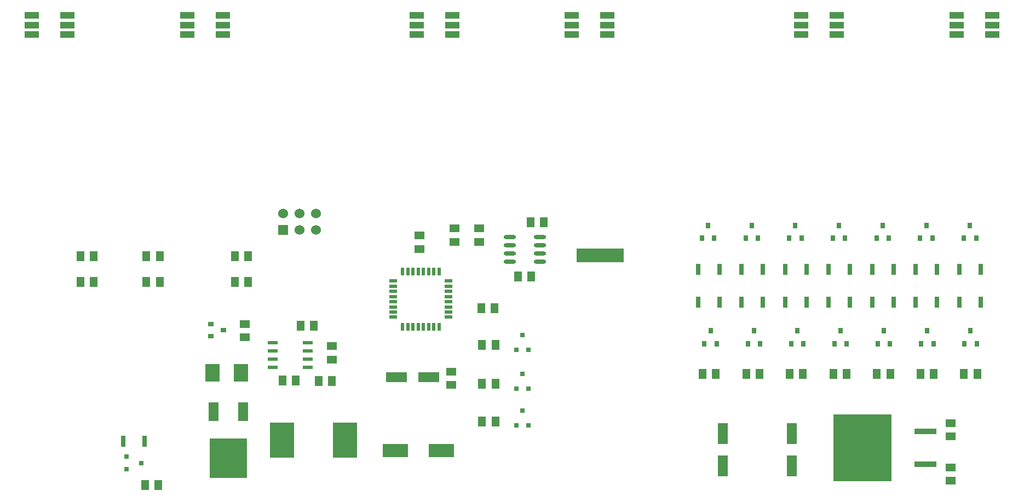
<source format=gtp>
G04 Layer_Color=7318015*
%FSAX24Y24*%
%MOIN*%
G70*
G01*
G75*
%ADD10O,0.0748X0.0236*%
%ADD11R,0.0906X0.0394*%
%ADD12R,0.0600X0.0450*%
%ADD13R,0.1280X0.0630*%
%ADD14R,0.0850X0.1080*%
%ADD15R,0.0450X0.0600*%
%ADD16R,0.0492X0.0591*%
%ADD17R,0.0591X0.0492*%
%ADD18R,0.2283X0.2441*%
%ADD19R,0.0630X0.1181*%
%ADD20R,0.0256X0.0295*%
%ADD21R,0.0210X0.0500*%
%ADD22R,0.0500X0.0210*%
%ADD23R,0.0315X0.0354*%
%ADD24R,0.0276X0.0650*%
%ADD25R,0.0354X0.0315*%
%ADD26R,0.0630X0.1280*%
%ADD27R,0.3543X0.4075*%
%ADD28R,0.1378X0.0374*%
%ADD29R,0.1575X0.0787*%
%ADD30R,0.0610X0.0236*%
%ADD31R,0.1516X0.2165*%
%ADD32R,0.0600X0.0600*%
%ADD33C,0.0600*%
%ADD34R,0.0295X0.0256*%
G36*
X050118Y024478D02*
X047224D01*
Y025315D01*
X050118D01*
Y024478D01*
D02*
G37*
D10*
X045020Y024526D02*
D03*
Y025026D02*
D03*
Y025526D02*
D03*
Y026026D02*
D03*
X043169Y024526D02*
D03*
Y025026D02*
D03*
Y025526D02*
D03*
Y026026D02*
D03*
D11*
X014075Y039528D02*
D03*
X016240D02*
D03*
Y038937D02*
D03*
X014075D02*
D03*
X016240Y038346D02*
D03*
X014075D02*
D03*
X023524Y039528D02*
D03*
X025689D02*
D03*
Y038937D02*
D03*
X023524D02*
D03*
X025689Y038346D02*
D03*
X023524D02*
D03*
X037520Y039528D02*
D03*
X039685D02*
D03*
Y038937D02*
D03*
X037520D02*
D03*
X039685Y038346D02*
D03*
X037520D02*
D03*
X046949Y039528D02*
D03*
X049114D02*
D03*
Y038937D02*
D03*
X046949D02*
D03*
X049114Y038346D02*
D03*
X046949D02*
D03*
X060915Y039528D02*
D03*
X063081D02*
D03*
Y038937D02*
D03*
X060915D02*
D03*
X063081Y038346D02*
D03*
X060915D02*
D03*
X070374Y039528D02*
D03*
X072539D02*
D03*
Y038937D02*
D03*
X070374D02*
D03*
X072539Y038346D02*
D03*
X070374D02*
D03*
D12*
X039606Y017841D02*
D03*
Y017041D02*
D03*
X070000Y011175D02*
D03*
Y011975D02*
D03*
Y014691D02*
D03*
Y013891D02*
D03*
D13*
X036260Y017480D02*
D03*
X038228D02*
D03*
D14*
X026815Y017756D02*
D03*
X025075D02*
D03*
D15*
X041450Y021693D02*
D03*
X042250D02*
D03*
X044455Y023622D02*
D03*
X043655D02*
D03*
X031529Y017244D02*
D03*
X032329D02*
D03*
D16*
X045246Y026929D02*
D03*
X044439D02*
D03*
X026447Y023307D02*
D03*
X027254D02*
D03*
X027254Y024843D02*
D03*
X026447D02*
D03*
X021860D02*
D03*
X021053D02*
D03*
X021860Y023307D02*
D03*
X021053D02*
D03*
X017844Y024843D02*
D03*
X017037D02*
D03*
X017844Y023307D02*
D03*
X017037D02*
D03*
X041486Y014803D02*
D03*
X042293D02*
D03*
X041486Y017087D02*
D03*
X042293D02*
D03*
X041486Y019449D02*
D03*
X042293D02*
D03*
X054911Y017677D02*
D03*
X055718D02*
D03*
X057562D02*
D03*
X058369D02*
D03*
X060213D02*
D03*
X061020D02*
D03*
X062864D02*
D03*
X063671D02*
D03*
X065515D02*
D03*
X066322D02*
D03*
X068166D02*
D03*
X068973D02*
D03*
X070817D02*
D03*
X071624D02*
D03*
X030423Y020630D02*
D03*
X031230D02*
D03*
X029321Y017283D02*
D03*
X030128D02*
D03*
X020974Y010915D02*
D03*
X021781D02*
D03*
D17*
X037677Y026112D02*
D03*
Y025305D02*
D03*
X027047Y019911D02*
D03*
Y020719D02*
D03*
X041299Y026545D02*
D03*
Y025738D02*
D03*
X039803Y026545D02*
D03*
Y025738D02*
D03*
X032323Y019380D02*
D03*
Y018573D02*
D03*
D18*
X026024Y012559D02*
D03*
D19*
X025122Y015394D02*
D03*
X026925D02*
D03*
D20*
X043937Y015443D02*
D03*
X044311Y014557D02*
D03*
X043563D02*
D03*
X043937Y017687D02*
D03*
X044311Y016801D02*
D03*
X043563D02*
D03*
X043937Y020049D02*
D03*
X044311Y019163D02*
D03*
X043563D02*
D03*
D21*
X036654Y023934D02*
D03*
X036969D02*
D03*
X037283D02*
D03*
X037598D02*
D03*
X037916D02*
D03*
X038236D02*
D03*
X038546D02*
D03*
X038866D02*
D03*
Y020554D02*
D03*
X038546D02*
D03*
X038236D02*
D03*
X037916D02*
D03*
X037598D02*
D03*
X037283D02*
D03*
X036969D02*
D03*
X036654D02*
D03*
D22*
X039446Y023354D02*
D03*
Y023034D02*
D03*
Y022724D02*
D03*
Y022404D02*
D03*
Y022087D02*
D03*
Y021772D02*
D03*
Y021457D02*
D03*
Y021142D02*
D03*
X036066D02*
D03*
Y021457D02*
D03*
Y021772D02*
D03*
Y022087D02*
D03*
Y022404D02*
D03*
Y022724D02*
D03*
Y023034D02*
D03*
Y023354D02*
D03*
D23*
X055394Y020315D02*
D03*
X055768Y019528D02*
D03*
X055020D02*
D03*
X058032Y020315D02*
D03*
X058406Y019528D02*
D03*
X057657D02*
D03*
X060669Y020315D02*
D03*
X061043Y019528D02*
D03*
X060295D02*
D03*
X063307Y020315D02*
D03*
X063681Y019528D02*
D03*
X062933D02*
D03*
X065945Y020315D02*
D03*
X066319Y019528D02*
D03*
X065571D02*
D03*
X068583Y020315D02*
D03*
X068957Y019528D02*
D03*
X068209D02*
D03*
X071220Y020315D02*
D03*
X071594Y019528D02*
D03*
X070846D02*
D03*
X055236Y026732D02*
D03*
X055610Y025945D02*
D03*
X054862D02*
D03*
X057913Y026732D02*
D03*
X058287Y025945D02*
D03*
X057539D02*
D03*
X060551Y026732D02*
D03*
X060925Y025945D02*
D03*
X060177D02*
D03*
X063209Y026732D02*
D03*
X063583Y025945D02*
D03*
X062835D02*
D03*
X065866Y026732D02*
D03*
X066240Y025945D02*
D03*
X065492D02*
D03*
X068524Y026732D02*
D03*
X068898Y025945D02*
D03*
X068150D02*
D03*
X071181Y026732D02*
D03*
X071555Y025945D02*
D03*
X070807D02*
D03*
D24*
X054626Y022047D02*
D03*
X055925D02*
D03*
X057277D02*
D03*
X058576D02*
D03*
X059928D02*
D03*
X061227D02*
D03*
X062579D02*
D03*
X063878D02*
D03*
X065230D02*
D03*
X066529D02*
D03*
X067881D02*
D03*
X069180D02*
D03*
X070531Y022047D02*
D03*
X071831D02*
D03*
X054626Y024055D02*
D03*
X055925D02*
D03*
X057276D02*
D03*
X058576D02*
D03*
X059927D02*
D03*
X061227D02*
D03*
X062578D02*
D03*
X063878D02*
D03*
X065229D02*
D03*
X066528D02*
D03*
X067880D02*
D03*
X069179D02*
D03*
X070532Y024055D02*
D03*
X071831D02*
D03*
X019646Y013583D02*
D03*
X020945D02*
D03*
D25*
X025748Y020354D02*
D03*
X024961Y019980D02*
D03*
Y020728D02*
D03*
D26*
X060354Y014055D02*
D03*
Y012087D02*
D03*
X056142D02*
D03*
Y014055D02*
D03*
D27*
X064646Y013189D02*
D03*
D28*
X068484Y014189D02*
D03*
Y012189D02*
D03*
D29*
X038996Y013032D02*
D03*
X036201D02*
D03*
D30*
X028740Y019608D02*
D03*
Y019108D02*
D03*
Y018608D02*
D03*
Y018108D02*
D03*
X030866D02*
D03*
Y018608D02*
D03*
Y019108D02*
D03*
Y019608D02*
D03*
D31*
X033130Y013661D02*
D03*
X029311D02*
D03*
D32*
X029370Y026457D02*
D03*
D33*
Y027457D02*
D03*
X030370Y026457D02*
D03*
Y027457D02*
D03*
X031370Y026457D02*
D03*
Y027457D02*
D03*
D34*
X020738Y012274D02*
D03*
X019852Y011900D02*
D03*
Y012648D02*
D03*
M02*

</source>
